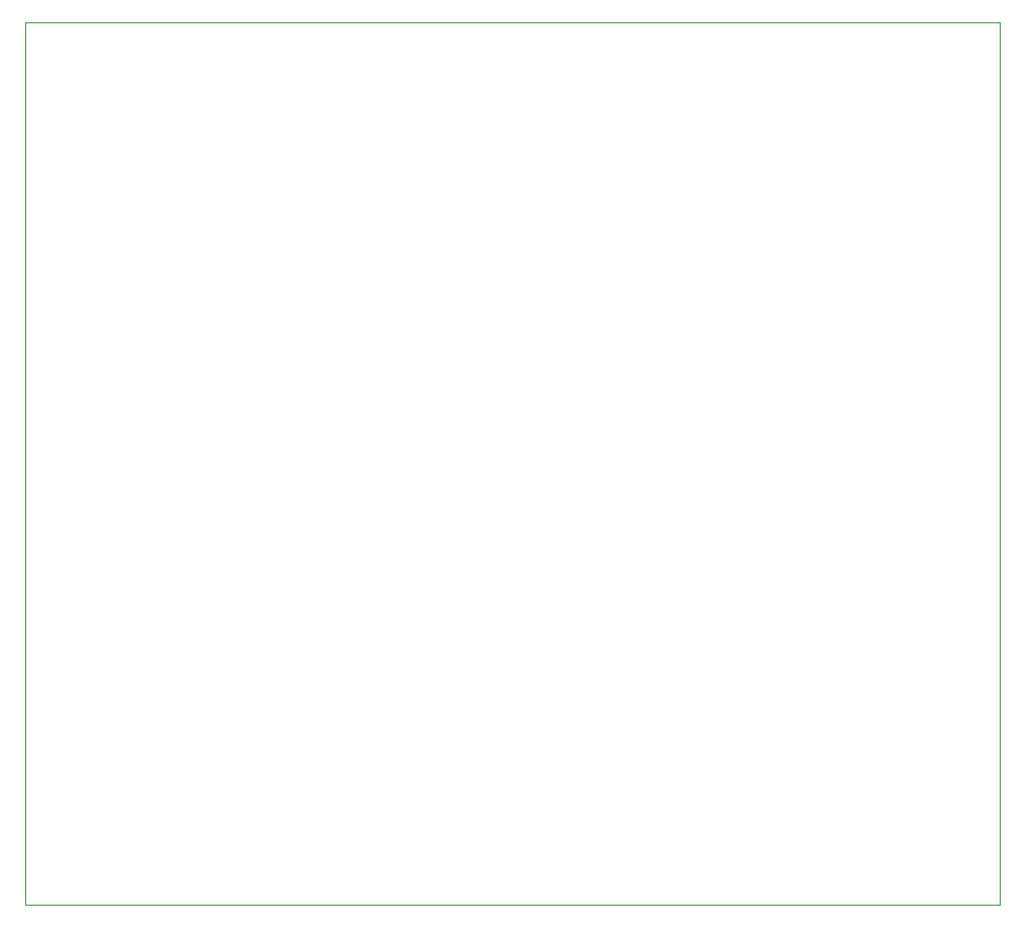
<source format=gbr>
%TF.GenerationSoftware,KiCad,Pcbnew,6.0.11-2627ca5db0~126~ubuntu22.04.1*%
%TF.CreationDate,2023-07-24T22:42:18-04:00*%
%TF.ProjectId,sweet-p,73776565-742d-4702-9e6b-696361645f70,rev?*%
%TF.SameCoordinates,Original*%
%TF.FileFunction,Profile,NP*%
%FSLAX46Y46*%
G04 Gerber Fmt 4.6, Leading zero omitted, Abs format (unit mm)*
G04 Created by KiCad (PCBNEW 6.0.11-2627ca5db0~126~ubuntu22.04.1) date 2023-07-24 22:42:18*
%MOMM*%
%LPD*%
G01*
G04 APERTURE LIST*
%TA.AperFunction,Profile*%
%ADD10C,0.100000*%
%TD*%
G04 APERTURE END LIST*
D10*
X25600000Y-21025000D02*
X110600000Y-21025000D01*
X110600000Y-21025000D02*
X110600000Y-98000000D01*
X110600000Y-98000000D02*
X25600000Y-98000000D01*
X25600000Y-98000000D02*
X25600000Y-21025000D01*
M02*

</source>
